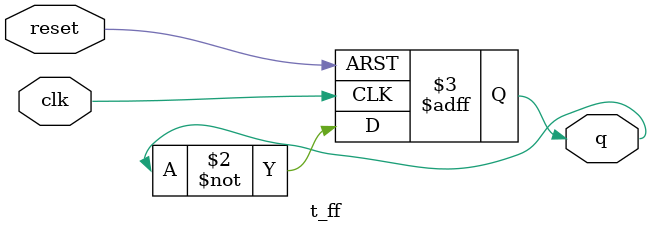
<source format=v>
module ripple(
input wire clk,
input wire reset,
output wire [2:0]q
);
t_ff tff0(.clk(clk), .reset(reset), .q(q[0]));
t_ff tff1(.clk(q[0]), .reset(reset), .q(q[1]));
t_ff tff2(.clk(q[1]), .reset(reset), .q(q[2]));
endmodule

module t_ff(
input wire clk,
input wire reset,
output reg q
); 
always@(posedge clk or posedge reset) begin
if(reset)
q <= 1'b0;
else
q <= ~q;
end
endmodule

</source>
